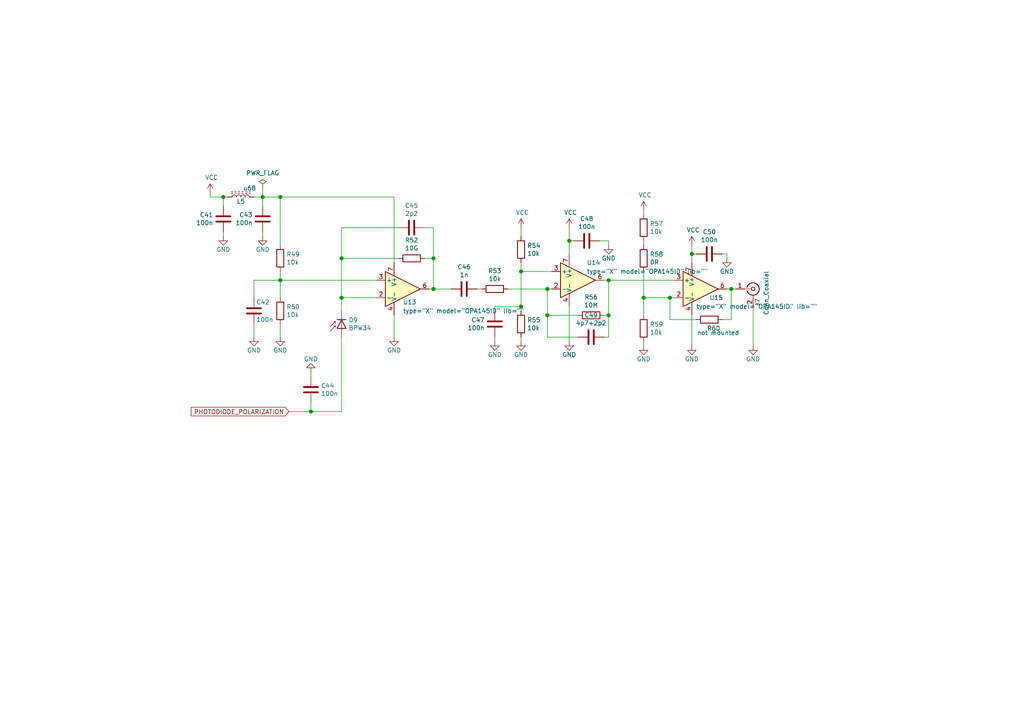
<source format=kicad_sch>
(kicad_sch (version 20210621) (generator eeschema)
  (paper "A4")
  (lib_symbols
    (symbol "Connector:Conn_Coaxial" (pin_names (offset 1.016) hide)
      (property "Reference" "J" (at 0.254 3.048 0))
      (property "Value" "Conn_Coaxial" (at 2.921 0 90))
      (symbol "Conn_Coaxial_0_1"
        (arc (start -1.778 0.508) (end 1.778 0) (radius (at -0.0508 0) (length 1.8034) (angles 163.6 0)) (stroke (width 0.254)))
        (arc (start 1.778 0) (end -1.778 -0.508) (radius (at -0.0254 0) (length 1.8034) (angles 0 -163.8)) (stroke (width 0.254)))
        (circle (center 0 0) (radius 0.508) (stroke (width 0.2032)))
        (polyline (pts (xy -2.54 0) (xy -0.508 0)))
        (polyline (pts (xy 0 -2.54) (xy 0 -1.778)))
      )
      (symbol "Conn_Coaxial_1_1"
        (pin passive line (at -5.08 0 0) (length 2.54) (name "In") (number "1"))
        (pin passive line (at 0 -5.08 90) (length 2.54) (name "Ext") (number "2"))
      )
    )
    (symbol "Device:C" (pin_numbers hide) (pin_names (offset 0.254))
      (property "Reference" "C" (at 0.635 2.54 0))
      (property "Value" "C" (at 0.635 -2.54 0))
      (symbol "C_0_1"
        (polyline (pts (xy -2.032 -0.762) (xy 2.032 -0.762)) (stroke (width 0.508)))
        (polyline (pts (xy -2.032 0.762) (xy 2.032 0.762)) (stroke (width 0.508)))
      )
      (symbol "C_1_1"
        (pin passive line (at 0 3.81 270) (length 2.794) (name "~") (number "1"))
        (pin passive line (at 0 -3.81 90) (length 2.794) (name "~") (number "2"))
      )
    )
    (symbol "Device:D_Photo" (pin_numbers hide) (pin_names hide)
      (property "Reference" "D" (at 0.508 1.778 0))
      (property "Value" "D_Photo" (at -1.016 -2.794 0))
      (symbol "D_Photo_0_1"
        (polyline (pts (xy -2.54 1.27) (xy -2.54 -1.27)) (stroke (width 0.254)))
        (polyline (pts (xy -2.032 1.778) (xy -1.524 1.778)))
        (polyline (pts (xy 0 0) (xy -2.54 0)))
        (polyline (pts (xy -0.508 3.302) (xy -2.032 1.778) (xy -2.032 2.286)))
        (polyline (pts (xy 0 -1.27) (xy 0 1.27) (xy -2.54 0) (xy 0 -1.27)) (stroke (width 0.254)))
        (polyline (pts (xy 0.762 3.302) (xy -0.762 1.778) (xy -0.762 2.286) (xy -0.762 1.778) (xy -0.254 1.778)))
      )
      (symbol "D_Photo_1_1"
        (pin passive line (at -5.08 0 0) (length 2.54) (name "K") (number "1"))
        (pin passive line (at 2.54 0 180) (length 2.54) (name "A") (number "2"))
      )
    )
    (symbol "Device:L_Core_Ferrite" (pin_numbers hide) (pin_names (offset 1.016) hide)
      (property "Reference" "L" (at -1.27 0 90))
      (property "Value" "L_Core_Ferrite" (at 2.794 0 90))
      (symbol "L_Core_Ferrite_0_1"
        (arc (start 0 -2.54) (end 0 -1.27) (radius (at 0 -1.905) (length 0.635) (angles -89.9 89.9)))
        (arc (start 0 -1.27) (end 0 0) (radius (at 0 -0.635) (length 0.635) (angles -89.9 89.9)))
        (arc (start 0 0) (end 0 1.27) (radius (at 0 0.635) (length 0.635) (angles -89.9 89.9)))
        (arc (start 0 1.27) (end 0 2.54) (radius (at 0 1.905) (length 0.635) (angles -89.9 89.9)))
        (polyline (pts (xy 1.016 -2.794) (xy 1.016 -2.286)))
        (polyline (pts (xy 1.016 -1.778) (xy 1.016 -1.27)))
        (polyline (pts (xy 1.016 -0.762) (xy 1.016 -0.254)))
        (polyline (pts (xy 1.016 0.254) (xy 1.016 0.762)))
        (polyline (pts (xy 1.016 1.27) (xy 1.016 1.778)))
        (polyline (pts (xy 1.016 2.286) (xy 1.016 2.794)))
        (polyline (pts (xy 1.524 -2.286) (xy 1.524 -2.794)))
        (polyline (pts (xy 1.524 -1.27) (xy 1.524 -1.778)))
        (polyline (pts (xy 1.524 -0.254) (xy 1.524 -0.762)))
        (polyline (pts (xy 1.524 0.762) (xy 1.524 0.254)))
        (polyline (pts (xy 1.524 1.778) (xy 1.524 1.27)))
        (polyline (pts (xy 1.524 2.794) (xy 1.524 2.286)))
      )
      (symbol "L_Core_Ferrite_1_1"
        (pin passive line (at 0 3.81 270) (length 1.27) (name "1") (number "1"))
        (pin passive line (at 0 -3.81 90) (length 1.27) (name "2") (number "2"))
      )
    )
    (symbol "Device:R" (pin_numbers hide) (pin_names (offset 0))
      (property "Reference" "R" (at 2.032 0 90))
      (property "Value" "R" (at 0 0 90))
      (symbol "R_0_1"
        (rectangle (start -1.016 -2.54) (end 1.016 2.54) (stroke (width 0.254)))
      )
      (symbol "R_1_1"
        (pin passive line (at 0 3.81 270) (length 1.27) (name "~") (number "1"))
        (pin passive line (at 0 -3.81 90) (length 1.27) (name "~") (number "2"))
      )
    )
    (symbol "OPA145ID:OPA145ID" (pin_names (offset 0.254))
      (property "Reference" "U" (at 3.81 3.175 0))
      (property "Value" "OPA145ID" (at 3.81 -3.175 0))
      (symbol "OPA145ID_0_1"
        (polyline (pts (xy 5.08 0) (xy -5.08 5.08) (xy -5.08 -5.08) (xy 5.08 0)) (stroke (width 0.254)) (fill (type background)))
      )
      (symbol "OPA145ID_1_1"
        (pin no_connect line (at 3.81 -10.16 90) (length 3.81) hide (name "~") (number "1"))
        (pin input line (at -7.62 -2.54 0) (length 2.54) (name "-") (number "2"))
        (pin input line (at -7.62 2.54 0) (length 2.54) (name "+") (number "3"))
        (pin power_in line (at -2.54 -7.62 90) (length 3.81) (name "V-") (number "4"))
        (pin no_connect line (at 6.35 -10.16 90) (length 3.81) hide (name "~") (number "5"))
        (pin output line (at 7.62 0 180) (length 2.54) (name "~") (number "6"))
        (pin power_in line (at -2.54 7.62 270) (length 3.81) (name "V+") (number "7"))
      )
    )
    (symbol "power:GND" (power) (pin_names (offset 0))
      (property "Value" "GND" (at 0 -3.81 0))
      (symbol "GND_0_1"
        (polyline (pts (xy 0 0) (xy 0 -1.27) (xy 1.27 -1.27) (xy 0 -2.54) (xy -1.27 -1.27) (xy 0 -1.27)))
      )
      (symbol "GND_1_1"
        (pin power_in line (at 0 0 270) (length 0) hide (name "GND") (number "1"))
      )
    )
    (symbol "power:PWR_FLAG" (power) (pin_numbers hide) (pin_names (offset 0) hide)
      (property "Value" "PWR_FLAG" (at 0 3.81 0))
      (symbol "PWR_FLAG_0_0"
        (pin power_out line (at 0 0 90) (length 0) (name "pwr") (number "1"))
      )
      (symbol "PWR_FLAG_0_1"
        (polyline (pts (xy 0 0) (xy 0 1.27) (xy -1.016 1.905) (xy 0 2.54) (xy 1.016 1.905) (xy 0 1.27)))
      )
    )
    (symbol "power:VCC" (power) (pin_names (offset 0))
      (property "Value" "VCC" (at 0 3.81 0))
      (symbol "VCC_0_1"
        (polyline (pts (xy -0.762 1.27) (xy 0 2.54)))
        (polyline (pts (xy 0 0) (xy 0 2.54)))
        (polyline (pts (xy 0 2.54) (xy 0.762 1.27)))
      )
      (symbol "VCC_1_1"
        (pin power_in line (at 0 0 90) (length 0) hide (name "VCC") (number "1"))
      )
    )
  )
  (junction (at 64.77 57.15) (diameter 1.016))
  (junction (at 76.2 57.15) (diameter 1.016))
  (junction (at 81.28 57.15) (diameter 1.016))
  (junction (at 81.28 81.28) (diameter 1.016))
  (junction (at 90.17 119.38) (diameter 1.016))
  (junction (at 99.06 74.93) (diameter 1.016))
  (junction (at 99.06 86.36) (diameter 1.016))
  (junction (at 125.73 74.93) (diameter 1.016))
  (junction (at 125.73 83.82) (diameter 1.016))
  (junction (at 151.13 78.74) (diameter 1.016))
  (junction (at 151.13 88.9) (diameter 1.016))
  (junction (at 158.75 83.82) (diameter 1.016))
  (junction (at 158.75 91.44) (diameter 1.016))
  (junction (at 165.1 69.85) (diameter 1.016))
  (junction (at 176.53 81.28) (diameter 1.016))
  (junction (at 176.53 91.44) (diameter 1.016))
  (junction (at 186.69 86.36) (diameter 1.016))
  (junction (at 194.31 86.36) (diameter 1.016))
  (junction (at 200.66 73.66) (diameter 1.016))
  (junction (at 212.09 83.82) (diameter 1.016))
  (wire (pts (xy 60.96 57.15) (xy 60.96 55.88)))
  (wire (pts (xy 60.96 57.15) (xy 64.77 57.15)))
  (wire (pts (xy 64.77 59.69) (xy 64.77 57.15)))
  (wire (pts (xy 64.77 67.31) (xy 64.77 68.58)))
  (wire (pts (xy 66.04 57.15) (xy 64.77 57.15)))
  (wire (pts (xy 73.66 57.15) (xy 76.2 57.15)))
  (wire (pts (xy 73.66 81.28) (xy 73.66 86.36)))
  (wire (pts (xy 73.66 81.28) (xy 81.28 81.28)))
  (wire (pts (xy 73.66 97.79) (xy 73.66 93.98)))
  (wire (pts (xy 76.2 54.61) (xy 76.2 57.15)))
  (wire (pts (xy 76.2 57.15) (xy 81.28 57.15)))
  (wire (pts (xy 76.2 59.69) (xy 76.2 57.15)))
  (wire (pts (xy 76.2 67.31) (xy 76.2 68.58)))
  (wire (pts (xy 81.28 57.15) (xy 81.28 71.12)))
  (wire (pts (xy 81.28 57.15) (xy 114.3 57.15)))
  (wire (pts (xy 81.28 78.74) (xy 81.28 81.28)))
  (wire (pts (xy 81.28 81.28) (xy 81.28 86.36)))
  (wire (pts (xy 81.28 81.28) (xy 109.22 81.28)))
  (wire (pts (xy 81.28 97.79) (xy 81.28 93.98)))
  (wire (pts (xy 90.17 107.95) (xy 90.17 109.22)))
  (wire (pts (xy 90.17 119.38) (xy 83.82 119.38)))
  (wire (pts (xy 90.17 119.38) (xy 90.17 116.84)))
  (wire (pts (xy 99.06 66.04) (xy 99.06 74.93)))
  (wire (pts (xy 99.06 66.04) (xy 115.57 66.04)))
  (wire (pts (xy 99.06 74.93) (xy 115.57 74.93)))
  (wire (pts (xy 99.06 86.36) (xy 99.06 74.93)))
  (wire (pts (xy 99.06 86.36) (xy 99.06 90.17)))
  (wire (pts (xy 99.06 86.36) (xy 109.22 86.36)))
  (wire (pts (xy 99.06 97.79) (xy 99.06 119.38)))
  (wire (pts (xy 99.06 119.38) (xy 90.17 119.38)))
  (wire (pts (xy 114.3 57.15) (xy 114.3 76.2)))
  (wire (pts (xy 114.3 91.44) (xy 114.3 97.79)))
  (wire (pts (xy 123.19 66.04) (xy 125.73 66.04)))
  (wire (pts (xy 123.19 74.93) (xy 125.73 74.93)))
  (wire (pts (xy 124.46 83.82) (xy 125.73 83.82)))
  (wire (pts (xy 125.73 66.04) (xy 125.73 74.93)))
  (wire (pts (xy 125.73 74.93) (xy 125.73 83.82)))
  (wire (pts (xy 125.73 83.82) (xy 130.81 83.82)))
  (wire (pts (xy 138.43 83.82) (xy 139.7 83.82)))
  (wire (pts (xy 143.51 88.9) (xy 151.13 88.9)))
  (wire (pts (xy 143.51 90.17) (xy 143.51 88.9)))
  (wire (pts (xy 143.51 99.06) (xy 143.51 97.79)))
  (wire (pts (xy 147.32 83.82) (xy 158.75 83.82)))
  (wire (pts (xy 151.13 66.04) (xy 151.13 68.58)))
  (wire (pts (xy 151.13 76.2) (xy 151.13 78.74)))
  (wire (pts (xy 151.13 78.74) (xy 151.13 88.9)))
  (wire (pts (xy 151.13 88.9) (xy 151.13 90.17)))
  (wire (pts (xy 151.13 99.06) (xy 151.13 97.79)))
  (wire (pts (xy 158.75 83.82) (xy 160.02 83.82)))
  (wire (pts (xy 158.75 91.44) (xy 158.75 83.82)))
  (wire (pts (xy 158.75 97.79) (xy 158.75 91.44)))
  (wire (pts (xy 158.75 97.79) (xy 167.64 97.79)))
  (wire (pts (xy 160.02 78.74) (xy 151.13 78.74)))
  (wire (pts (xy 165.1 66.04) (xy 165.1 69.85)))
  (wire (pts (xy 165.1 69.85) (xy 165.1 73.66)))
  (wire (pts (xy 165.1 88.9) (xy 165.1 99.06)))
  (wire (pts (xy 166.37 69.85) (xy 165.1 69.85)))
  (wire (pts (xy 167.64 91.44) (xy 158.75 91.44)))
  (wire (pts (xy 173.99 69.85) (xy 176.53 69.85)))
  (wire (pts (xy 175.26 81.28) (xy 176.53 81.28)))
  (wire (pts (xy 175.26 91.44) (xy 176.53 91.44)))
  (wire (pts (xy 175.26 97.79) (xy 176.53 97.79)))
  (wire (pts (xy 176.53 69.85) (xy 176.53 71.12)))
  (wire (pts (xy 176.53 81.28) (xy 195.58 81.28)))
  (wire (pts (xy 176.53 91.44) (xy 176.53 81.28)))
  (wire (pts (xy 176.53 91.44) (xy 176.53 97.79)))
  (wire (pts (xy 186.69 62.23) (xy 186.69 60.96)))
  (wire (pts (xy 186.69 69.85) (xy 186.69 71.12)))
  (wire (pts (xy 186.69 78.74) (xy 186.69 86.36)))
  (wire (pts (xy 186.69 86.36) (xy 186.69 91.44)))
  (wire (pts (xy 186.69 86.36) (xy 194.31 86.36)))
  (wire (pts (xy 186.69 99.06) (xy 186.69 100.33)))
  (wire (pts (xy 194.31 86.36) (xy 194.31 92.71)))
  (wire (pts (xy 195.58 86.36) (xy 194.31 86.36)))
  (wire (pts (xy 200.66 73.66) (xy 200.66 71.12)))
  (wire (pts (xy 200.66 76.2) (xy 200.66 73.66)))
  (wire (pts (xy 200.66 91.44) (xy 200.66 100.33)))
  (wire (pts (xy 201.93 73.66) (xy 200.66 73.66)))
  (wire (pts (xy 201.93 92.71) (xy 194.31 92.71)))
  (wire (pts (xy 209.55 73.66) (xy 210.82 73.66)))
  (wire (pts (xy 209.55 92.71) (xy 212.09 92.71)))
  (wire (pts (xy 210.82 73.66) (xy 210.82 74.93)))
  (wire (pts (xy 212.09 83.82) (xy 210.82 83.82)))
  (wire (pts (xy 212.09 83.82) (xy 212.09 92.71)))
  (wire (pts (xy 212.09 83.82) (xy 213.36 83.82)))
  (wire (pts (xy 218.44 88.9) (xy 218.44 100.33)))
  (global_label "PHOTODIODE_POLARIZATION" (shape input) (at 83.82 119.38 180) (property "Intersheet References" "${INTERSHEET_REFS}" (effects hide)))
  (symbol (lib_id "power:VCC") (at 60.96 55.88 0)
    (property "Reference" "#PWR080" (effects hide))
    (property "Value" "VCC" (at 61.341 51.4858 0))
  )
  (symbol (lib_id "power:VCC") (at 151.13 66.04 0)
    (property "Reference" "#PWR088" (effects hide))
    (property "Value" "VCC" (at 151.511 61.6458 0))
  )
  (symbol (lib_id "power:VCC") (at 165.1 66.04 0)
    (property "Reference" "#PWR090" (effects hide))
    (property "Value" "VCC" (at 165.481 61.6458 0))
  )
  (symbol (lib_id "power:VCC") (at 186.69 60.96 0)
    (property "Reference" "#PWR093" (effects hide))
    (property "Value" "VCC" (at 187.071 56.5658 0))
  )
  (symbol (lib_id "power:VCC") (at 200.66 71.12 0)
    (property "Reference" "#PWR095" (effects hide))
    (property "Value" "VCC" (at 201.041 66.7258 0))
  )
  (symbol (lib_id "power:PWR_FLAG") (at 76.2 54.61 0)
    (property "Reference" "#FLG08" (effects hide))
    (property "Value" "PWR_FLAG" (at 76.2 50.1904 0))
  )
  (symbol (lib_id "power:GND") (at 64.77 68.58 0) (mirror y)
    (property "Reference" "#PWR081" (effects hide))
    (property "Value" "GND" (at 64.77 72.39 0))
  )
  (symbol (lib_id "power:GND") (at 73.66 97.79 0)
    (property "Reference" "#PWR082" (effects hide))
    (property "Value" "GND" (at 73.66 101.6 0))
  )
  (symbol (lib_id "power:GND") (at 76.2 68.58 0) (mirror y)
    (property "Reference" "#PWR083" (effects hide))
    (property "Value" "GND" (at 76.2 72.39 0))
  )
  (symbol (lib_id "power:GND") (at 81.28 97.79 0)
    (property "Reference" "#PWR084" (effects hide))
    (property "Value" "GND" (at 81.28 101.6 0))
  )
  (symbol (lib_id "power:GND") (at 90.17 107.95 180)
    (property "Reference" "#PWR085" (effects hide))
    (property "Value" "GND" (at 90.17 104.14 0))
  )
  (symbol (lib_id "power:GND") (at 114.3 97.79 0)
    (property "Reference" "#PWR086" (effects hide))
    (property "Value" "GND" (at 114.3 101.6 0))
  )
  (symbol (lib_id "power:GND") (at 143.51 99.06 0)
    (property "Reference" "#PWR087" (effects hide))
    (property "Value" "GND" (at 143.51 102.87 0))
  )
  (symbol (lib_id "power:GND") (at 151.13 99.06 0)
    (property "Reference" "#PWR089" (effects hide))
    (property "Value" "GND" (at 151.13 102.87 0))
  )
  (symbol (lib_id "power:GND") (at 165.1 99.06 0)
    (property "Reference" "#PWR091" (effects hide))
    (property "Value" "GND" (at 165.1 102.87 0))
  )
  (symbol (lib_id "power:GND") (at 176.53 71.12 0)
    (property "Reference" "#PWR092" (effects hide))
    (property "Value" "GND" (at 176.53 74.93 0))
  )
  (symbol (lib_id "power:GND") (at 186.69 100.33 0)
    (property "Reference" "#PWR094" (effects hide))
    (property "Value" "GND" (at 186.69 104.14 0))
  )
  (symbol (lib_id "power:GND") (at 200.66 100.33 0)
    (property "Reference" "#PWR096" (effects hide))
    (property "Value" "GND" (at 200.66 104.14 0))
  )
  (symbol (lib_id "power:GND") (at 210.82 74.93 0)
    (property "Reference" "#PWR097" (effects hide))
    (property "Value" "GND" (at 210.82 78.74 0))
  )
  (symbol (lib_id "power:GND") (at 218.44 100.33 0)
    (property "Reference" "#PWR098" (effects hide))
    (property "Value" "GND" (at 218.44 104.14 0))
  )
  (symbol (lib_id "Device:L_Core_Ferrite") (at 69.85 57.15 270) (mirror x)
    (property "Reference" "L5" (at 69.85 58.42 90))
    (property "Value" "u68" (at 72.39 54.61 90))
    (property "Footprint" "Inductor_SMD:L_0805_2012Metric" (effects hide))
  )
  (symbol (lib_id "Device:R") (at 81.28 74.93 0)
    (property "Reference" "R49" (at 83.058 73.7616 0) (effects (justify left)))
    (property "Value" "10k" (at 83.058 76.073 0) (effects (justify left)))
    (property "Footprint" "Resistor_SMD:R_0402_1005Metric" (effects hide))
  )
  (symbol (lib_id "Device:R") (at 81.28 90.17 0)
    (property "Reference" "R50" (at 83.058 89.0016 0) (effects (justify left)))
    (property "Value" "10k" (at 83.058 91.313 0) (effects (justify left)))
    (property "Footprint" "Resistor_SMD:R_0402_1005Metric" (effects hide))
  )
  (symbol (lib_id "Device:R") (at 119.38 74.93 90)
    (property "Reference" "R52" (at 119.38 69.6722 90))
    (property "Value" "10G" (at 119.38 71.9836 90))
    (property "Footprint" "Resistor_SMD:R_0805_2012Metric" (effects hide))
  )
  (symbol (lib_id "Device:R") (at 143.51 83.82 270)
    (property "Reference" "R53" (at 143.51 78.5622 90))
    (property "Value" "10k" (at 143.51 80.8736 90))
    (property "Footprint" "Resistor_SMD:R_0402_1005Metric" (effects hide))
  )
  (symbol (lib_id "Device:R") (at 151.13 72.39 0)
    (property "Reference" "R54" (at 152.908 71.2216 0) (effects (justify left)))
    (property "Value" "10k" (at 152.908 73.533 0) (effects (justify left)))
    (property "Footprint" "Resistor_SMD:R_0402_1005Metric" (effects hide))
  )
  (symbol (lib_id "Device:R") (at 151.13 93.98 0)
    (property "Reference" "R55" (at 152.908 92.8116 0) (effects (justify left)))
    (property "Value" "10k" (at 152.908 95.123 0) (effects (justify left)))
    (property "Footprint" "Resistor_SMD:R_0402_1005Metric" (effects hide))
  )
  (symbol (lib_id "Device:R") (at 171.45 91.44 270)
    (property "Reference" "R56" (at 171.45 86.1822 90))
    (property "Value" "10M" (at 171.45 88.4936 90))
    (property "Footprint" "Resistor_SMD:R_0402_1005Metric" (effects hide))
  )
  (symbol (lib_id "Device:R") (at 186.69 66.04 0)
    (property "Reference" "R57" (at 188.468 64.8716 0) (effects (justify left)))
    (property "Value" "10k" (at 188.468 67.183 0) (effects (justify left)))
    (property "Footprint" "Resistor_SMD:R_0402_1005Metric" (effects hide))
  )
  (symbol (lib_id "Device:R") (at 186.69 74.93 0)
    (property "Reference" "R58" (at 188.468 73.7616 0) (effects (justify left)))
    (property "Value" "0R" (at 188.468 76.073 0) (effects (justify left)))
    (property "Footprint" "Resistor_SMD:R_0402_1005Metric" (effects hide))
  )
  (symbol (lib_id "Device:R") (at 186.69 95.25 0)
    (property "Reference" "R59" (at 188.468 94.0816 0) (effects (justify left)))
    (property "Value" "10k" (at 188.468 96.393 0) (effects (justify left)))
    (property "Footprint" "Resistor_SMD:R_0402_1005Metric" (effects hide))
  )
  (symbol (lib_id "Device:R") (at 205.74 92.71 270)
    (property "Reference" "R60" (at 207.01 95.25 90))
    (property "Value" "not mounted" (at 208.28 96.52 90))
    (property "Footprint" "Resistor_SMD:R_0402_1005Metric" (effects hide))
  )
  (symbol (lib_id "Device:C") (at 64.77 63.5 0) (mirror y)
    (property "Reference" "C41" (at 61.849 62.3316 0) (effects (justify left)))
    (property "Value" "100n" (at 61.849 64.643 0) (effects (justify left)))
    (property "Footprint" "Capacitor_SMD:C_0402_1005Metric" (effects hide))
  )
  (symbol (lib_id "Device:C") (at 73.66 90.17 0)
    (property "Reference" "C42" (at 74.295 87.63 0) (effects (justify left)))
    (property "Value" "100n" (at 74.295 92.71 0) (effects (justify left)))
    (property "Footprint" "Capacitor_SMD:C_0402_1005Metric" (effects hide))
  )
  (symbol (lib_id "Device:C") (at 76.2 63.5 0) (mirror y)
    (property "Reference" "C43" (at 73.279 62.3316 0) (effects (justify left)))
    (property "Value" "100n" (at 73.279 64.643 0) (effects (justify left)))
    (property "Footprint" "Capacitor_SMD:C_0402_1005Metric" (effects hide))
  )
  (symbol (lib_id "Device:C") (at 90.17 113.03 0)
    (property "Reference" "C44" (at 93.091 111.8616 0) (effects (justify left)))
    (property "Value" "100n" (at 93.091 114.173 0) (effects (justify left)))
    (property "Footprint" "Capacitor_SMD:C_0402_1005Metric" (effects hide))
  )
  (symbol (lib_id "Device:C") (at 119.38 66.04 270)
    (property "Reference" "C45" (at 119.38 59.6392 90))
    (property "Value" "2p2" (at 119.38 61.9506 90))
    (property "Footprint" "Capacitor_SMD:C_0402_1005Metric" (effects hide))
  )
  (symbol (lib_id "Device:C") (at 134.62 83.82 270)
    (property "Reference" "C46" (at 134.62 77.4192 90))
    (property "Value" "1n" (at 134.62 79.7306 90))
    (property "Footprint" "Capacitor_SMD:C_0402_1005Metric" (effects hide))
  )
  (symbol (lib_id "Device:C") (at 143.51 93.98 0)
    (property "Reference" "C47" (at 140.589 92.8116 0) (effects (justify right)))
    (property "Value" "100n" (at 140.589 95.123 0) (effects (justify right)))
    (property "Footprint" "Capacitor_SMD:C_0402_1005Metric" (effects hide))
  )
  (symbol (lib_id "Device:C") (at 170.18 69.85 270)
    (property "Reference" "C48" (at 170.18 63.4492 90))
    (property "Value" "100n" (at 170.18 65.7606 90))
    (property "Footprint" "Capacitor_SMD:C_0402_1005Metric" (effects hide))
  )
  (symbol (lib_id "Device:C") (at 171.45 97.79 270)
    (property "Reference" "C49" (at 171.45 91.3892 90))
    (property "Value" "4p7+2p2" (at 171.45 93.7006 90))
    (property "Footprint" "Capacitor_SMD:C_0402_1005Metric" (effects hide))
  )
  (symbol (lib_id "Device:C") (at 205.74 73.66 270)
    (property "Reference" "C50" (at 205.74 67.2592 90))
    (property "Value" "100n" (at 205.74 69.5706 90))
    (property "Footprint" "Capacitor_SMD:C_0402_1005Metric" (effects hide))
  )
  (symbol (lib_id "Device:D_Photo") (at 99.06 95.25 90) (mirror x)
    (property "Reference" "D9" (at 101.092 92.8116 90) (effects (justify right)))
    (property "Value" "BPW34" (at 101.092 95.123 90) (effects (justify right)))
    (property "Footprint" "LED_THT:LED_Rectangular_W5.0mm_H5.0mm" (effects hide))
  )
  (symbol (lib_id "Connector:Conn_Coaxial") (at 218.44 83.82 0)
    (property "Reference" "J7" (at 219.71 88.9 90) (effects (justify left)))
    (property "Value" "Conn_Coaxial" (at 222.25 91.44 90) (effects (justify left)))
    (property "Footprint" "Connector_Coaxial:SMA_Molex_73251-2200_Horizontal" (effects hide))
    (property "Datasheet" " ~" (effects hide))
  )
  (symbol (lib_id "OPA145ID:OPA145ID") (at 116.84 83.82 0)
    (property "Reference" "U13" (at 116.84 87.63 0) (effects (justify left)))
    (property "Value" "OPA145ID" (at 116.84 90.17 0) (effects (justify left)))
    (property "Footprint" "Package_SO:SOIC-8_3.9x4.9mm_P1.27mm" (effects hide))
    (property "Datasheet" "https://www.ti.com/lit/ds/symlink/opa145.pdf?HQS=dis-mous-null-mousermode-dsf-pf-null-wwe&DCM=yes&ref_url=https%3A%2F%2Fwww.mouser.fr%2F&distId=26" (effects hide))
    (property "Spice_Netlist_Enabled" "Y" (effects hide))
    (property "Spice_Primitive" "X" (effects hide))
  )
  (symbol (lib_id "OPA145ID:OPA145ID") (at 167.64 81.28 0)
    (property "Reference" "U14" (at 170.18 76.2 0) (effects (justify left)))
    (property "Value" "OPA145ID" (at 170.18 78.74 0) (effects (justify left)))
    (property "Footprint" "Package_SO:SOIC-8_3.9x4.9mm_P1.27mm" (effects hide))
    (property "Datasheet" "https://www.ti.com/lit/ds/symlink/opa145.pdf?HQS=dis-mous-null-mousermode-dsf-pf-null-wwe&DCM=yes&ref_url=https%3A%2F%2Fwww.mouser.fr%2F&distId=26" (effects hide))
    (property "Spice_Netlist_Enabled" "Y" (effects hide))
    (property "Spice_Primitive" "X" (effects hide))
  )
  (symbol (lib_id "OPA145ID:OPA145ID") (at 203.2 83.82 0)
    (property "Reference" "U15" (at 205.74 86.36 0) (effects (justify left)))
    (property "Value" "OPA145ID" (at 201.93 88.9 0) (effects (justify left)))
    (property "Footprint" "Package_SO:SOIC-8_3.9x4.9mm_P1.27mm" (effects hide))
    (property "Datasheet" "https://www.ti.com/lit/ds/symlink/opa145.pdf?HQS=dis-mous-null-mousermode-dsf-pf-null-wwe&DCM=yes&ref_url=https%3A%2F%2Fwww.mouser.fr%2F&distId=26" (effects hide))
    (property "Spice_Netlist_Enabled" "Y" (effects hide))
    (property "Spice_Primitive" "X" (effects hide))
  )
)
</source>
